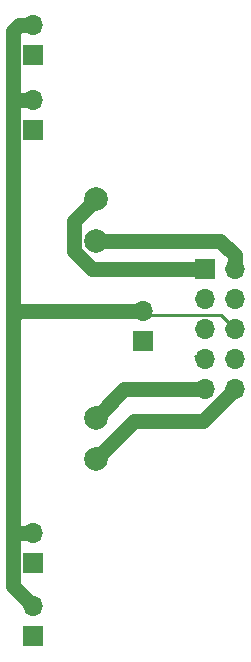
<source format=gtl>
G04 #@! TF.GenerationSoftware,KiCad,Pcbnew,(5.1.6-0-10_14)*
G04 #@! TF.CreationDate,2020-08-07T14:52:54+09:00*
G04 #@! TF.ProjectId,con_lid_2x8,636f6e5f-6c69-4645-9f32-78382e6b6963,rev?*
G04 #@! TF.SameCoordinates,Original*
G04 #@! TF.FileFunction,Copper,L1,Top*
G04 #@! TF.FilePolarity,Positive*
%FSLAX46Y46*%
G04 Gerber Fmt 4.6, Leading zero omitted, Abs format (unit mm)*
G04 Created by KiCad (PCBNEW (5.1.6-0-10_14)) date 2020-08-07 14:52:54*
%MOMM*%
%LPD*%
G01*
G04 APERTURE LIST*
G04 #@! TA.AperFunction,ComponentPad*
%ADD10R,1.700000X1.700000*%
G04 #@! TD*
G04 #@! TA.AperFunction,ComponentPad*
%ADD11O,1.700000X1.700000*%
G04 #@! TD*
G04 #@! TA.AperFunction,ComponentPad*
%ADD12C,2.000000*%
G04 #@! TD*
G04 #@! TA.AperFunction,Conductor*
%ADD13C,1.270000*%
G04 #@! TD*
G04 #@! TA.AperFunction,Conductor*
%ADD14C,0.250000*%
G04 #@! TD*
G04 APERTURE END LIST*
D10*
G04 #@! TO.P,T1,1*
G04 #@! TO.N,THERM1*
X122730000Y-69820000D03*
D11*
G04 #@! TO.P,T1,2*
G04 #@! TO.N,THERM_GND*
X122730000Y-67280000D03*
G04 #@! TD*
G04 #@! TO.P,T2,2*
G04 #@! TO.N,THERM_GND*
X122730000Y-73630000D03*
D10*
G04 #@! TO.P,T2,1*
G04 #@! TO.N,THERM2*
X122730000Y-76170000D03*
G04 #@! TD*
G04 #@! TO.P,T3,1*
G04 #@! TO.N,THERM3*
X122730000Y-112790000D03*
D11*
G04 #@! TO.P,T3,2*
G04 #@! TO.N,THERM_GND*
X122730000Y-110250000D03*
G04 #@! TD*
G04 #@! TO.P,T4,2*
G04 #@! TO.N,THERM_GND*
X122730000Y-116460000D03*
D10*
G04 #@! TO.P,T4,1*
G04 #@! TO.N,THERM4*
X122730000Y-119000000D03*
G04 #@! TD*
D11*
G04 #@! TO.P,U1,10*
G04 #@! TO.N,HEATER2B*
X139780000Y-98080000D03*
G04 #@! TO.P,U1,9*
G04 #@! TO.N,HEATER2A*
X137240000Y-98080000D03*
G04 #@! TO.P,U1,8*
G04 #@! TO.N,THERM4*
X139780000Y-95540000D03*
G04 #@! TO.P,U1,7*
G04 #@! TO.N,THERM3*
X137240000Y-95540000D03*
G04 #@! TO.P,U1,6*
G04 #@! TO.N,THERM_GND*
X139780000Y-93000000D03*
G04 #@! TO.P,U1,5*
G04 #@! TO.N,THERM2*
X137240000Y-93000000D03*
G04 #@! TO.P,U1,4*
G04 #@! TO.N,THERM1*
X139780000Y-90460000D03*
G04 #@! TO.P,U1,3*
G04 #@! TO.N,AIR*
X137240000Y-90460000D03*
G04 #@! TO.P,U1,2*
G04 #@! TO.N,HEATER1B*
X139780000Y-87920000D03*
D10*
G04 #@! TO.P,U1,1*
G04 #@! TO.N,HEATER1A*
X137240000Y-87920000D03*
G04 #@! TD*
D12*
G04 #@! TO.P,H1,1*
G04 #@! TO.N,HEATER1A*
X128000000Y-82000000D03*
G04 #@! TO.P,H1,2*
G04 #@! TO.N,HEATER1B*
X128000000Y-85500000D03*
G04 #@! TD*
G04 #@! TO.P,H2,2*
G04 #@! TO.N,HEATER2B*
X128000000Y-104000000D03*
G04 #@! TO.P,H2,1*
G04 #@! TO.N,HEATER2A*
X128000000Y-100500000D03*
G04 #@! TD*
D11*
G04 #@! TO.P,TAIR1,2*
G04 #@! TO.N,THERM_GND*
X132000000Y-91460000D03*
D10*
G04 #@! TO.P,TAIR1,1*
G04 #@! TO.N,AIR*
X132000000Y-94000000D03*
G04 #@! TD*
D13*
G04 #@! TO.N,HEATER1B*
X139780000Y-86717919D02*
X139780000Y-87920000D01*
X138562081Y-85500000D02*
X139780000Y-86717919D01*
X128000000Y-85500000D02*
X138562081Y-85500000D01*
G04 #@! TO.N,HEATER1A*
X127704198Y-87920000D02*
X137240000Y-87920000D01*
X126164999Y-86380801D02*
X127704198Y-87920000D01*
X126164999Y-83835001D02*
X126164999Y-86380801D01*
X128000000Y-82000000D02*
X126164999Y-83835001D01*
G04 #@! TO.N,HEATER2A*
X130420000Y-98080000D02*
X137240000Y-98080000D01*
X128000000Y-100500000D02*
X130420000Y-98080000D01*
G04 #@! TO.N,HEATER2B*
X131210010Y-100789990D02*
X137070010Y-100789990D01*
X137070010Y-100789990D02*
X139780000Y-98080000D01*
X128000000Y-104000000D02*
X131210010Y-100789990D01*
G04 #@! TO.N,THERM_GND*
X121044999Y-114774999D02*
X122730000Y-116460000D01*
X121250000Y-110250000D02*
X121044999Y-110044999D01*
X122730000Y-110250000D02*
X121250000Y-110250000D01*
X121044999Y-110044999D02*
X121044999Y-114774999D01*
X121527919Y-67280000D02*
X121044999Y-67762920D01*
X122730000Y-67280000D02*
X121527919Y-67280000D01*
X121370000Y-73630000D02*
X121044999Y-73955001D01*
X122730000Y-73630000D02*
X121370000Y-73630000D01*
X121044999Y-67762920D02*
X121044999Y-73955001D01*
X121540000Y-91460000D02*
X121044999Y-91955001D01*
X132000000Y-91460000D02*
X121540000Y-91460000D01*
X121044999Y-91955001D02*
X121044999Y-110044999D01*
X121044999Y-73955001D02*
X121044999Y-91955001D01*
D14*
X132364999Y-91824999D02*
X132000000Y-91460000D01*
X138604999Y-91824999D02*
X132364999Y-91824999D01*
X139780000Y-93000000D02*
X138604999Y-91824999D01*
G04 #@! TO.N,THERM3*
X136439002Y-95250000D02*
X137240000Y-95250000D01*
G04 #@! TD*
M02*

</source>
